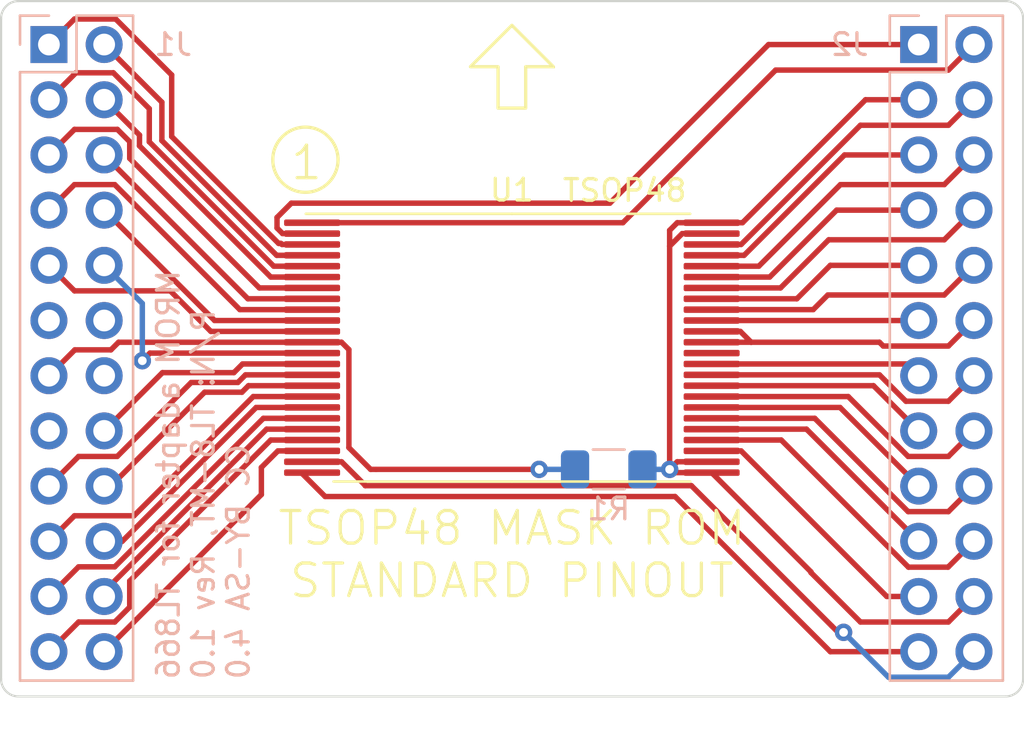
<source format=kicad_pcb>
(kicad_pcb (version 20221018) (generator pcbnew)
  (layers (0 "F.Cu" signal) (31 "B.Cu" signal) (34 "B.Paste" user) (35 "F.Paste" user) (36 "B.SilkS" user "B.Silkscreen") (37 "F.SilkS" user "F.Silkscreen") (38 "B.Mask" user) (39 "F.Mask" user) (44 "Edge.Cuts" user))
  (net 0 "")
  (net 1 "Net-(U1-A15)")
  (net 2 "Net-(U1-A14)")
  (net 3 "Net-(U1-A13)")
  (net 4 "Net-(U1-A12)")
  (net 5 "Net-(U1-A11)")
  (net 6 "Net-(U1-A10)")
  (net 7 "Net-(U1-A9)")
  (net 8 "Net-(U1-A8)")
  (net 9 "Net-(U1-A19)")
  (net 10 "Net-(U1-A20)")
  (net 13 "Net-(U1-A21)")
  (net 16 "Net-(U1-A18)")
  (net 17 "Net-(U1-A17)")
  (net 18 "Net-(U1-A7)")
  (net 19 "Net-(U1-A6)")
  (net 20 "Net-(U1-A5)")
  (net 21 "Net-(U1-A4)")
  (net 22 "Net-(U1-A3)")
  (net 23 "Net-(U1-A2)")
  (net 24 "Net-(U1-A1)")
  (net 25 "Net-(U1-A16)")
  (net 26 "Net-(U1-{slash}BYTE)")
  (net 27 "GND")
  (net 28 "Net-(U1-D15{slash}A-1)")
  (net 29 "Net-(U1-D7)")
  (net 30 "Net-(U1-D14)")
  (net 31 "Net-(U1-D6)")
  (net 32 "Net-(U1-D13)")
  (net 33 "Net-(U1-D5)")
  (net 34 "Net-(U1-D12)")
  (net 35 "Net-(U1-D4)")
  (net 36 "VCC")
  (net 37 "Net-(U1-D11)")
  (net 38 "Net-(U1-D3)")
  (net 39 "Net-(U1-D10)")
  (net 40 "Net-(U1-D2)")
  (net 41 "Net-(U1-D9)")
  (net 42 "Net-(U1-D1)")
  (net 43 "Net-(U1-D8)")
  (net 44 "Net-(U1-D0)")
  (net 45 "Net-(U1-{slash}OE)")
  (net 46 "Net-(U1-{slash}CE)")
  (net 47 "Net-(U1-A0)")
  (footprint "tl866-tsop-mrom:TSOP-I-48_16.4x12mm_ext" (layer "F.Cu") (at 46.495 35.65)
    (fp_text reference "U1" (at 0 -7.25175) (layer "F.SilkS"))
    (fp_text value "~")
    (fp_line (start 0 -6.16) (end -9.475 -6.16) (stroke (width 0.12)) (layer "F.SilkS"))
    (fp_line (start 0 -6.16) (end 8.2 -6.16) (stroke (width 0.12)) (layer "F.SilkS"))
    (fp_line (start 0 6.16) (end -8.2 6.16) (stroke (width 0.12)) (layer "F.SilkS"))
    (fp_line (start 0 6.16) (end 8.2 6.16) (stroke (width 0.12)) (layer "F.SilkS"))
    (pad "1" smd roundrect (at -9.1875 -5.75) (size 2.575 0.3) (layers "F.Cu" "F.Paste" "F.Mask") (net 26 "Net-(U1-{slash}BYTE)"))
    (pad "2" smd roundrect (at -9.1875 -5.25) (size 2.575 0.3) (layers "F.Cu" "F.Paste" "F.Mask") (net 25 "Net-(U1-A16)"))
    (pad "3" smd roundrect (at -9.1875 -4.75) (size 2.575 0.3) (layers "F.Cu" "F.Paste" "F.Mask") (net 1 "Net-(U1-A15)"))
    (pad "4" smd roundrect (at -9.1875 -4.25) (size 2.575 0.3) (layers "F.Cu" "F.Paste" "F.Mask") (net 2 "Net-(U1-A14)"))
    (pad "5" smd roundrect (at -9.1875 -3.75) (size 2.575 0.3) (layers "F.Cu" "F.Paste" "F.Mask") (net 3 "Net-(U1-A13)"))
    (pad "6" smd roundrect (at -9.1875 -3.25) (size 2.575 0.3) (layers "F.Cu" "F.Paste" "F.Mask") (net 4 "Net-(U1-A12)"))
    (pad "7" smd roundrect (at -9.1875 -2.75) (size 2.575 0.3) (layers "F.Cu" "F.Paste" "F.Mask") (net 5 "Net-(U1-A11)"))
    (pad "8" smd roundrect (at -9.1875 -2.25) (size 2.575 0.3) (layers "F.Cu" "F.Paste" "F.Mask") (net 6 "Net-(U1-A10)"))
    (pad "9" smd roundrect (at -9.1875 -1.75) (size 2.575 0.3) (layers "F.Cu" "F.Paste" "F.Mask") (net 7 "Net-(U1-A9)"))
    (pad "10" smd roundrect (at -9.1875 -1.25) (size 2.575 0.3) (layers "F.Cu" "F.Paste" "F.Mask") (net 8 "Net-(U1-A8)"))
    (pad "11" smd roundrect (at -9.1875 -0.75) (size 2.575 0.3) (layers "F.Cu" "F.Paste" "F.Mask") (net 9 "Net-(U1-A19)"))
    (pad "12" smd roundrect (at -9.1875 -0.25) (size 2.575 0.3) (layers "F.Cu" "F.Paste" "F.Mask") (net 13 "Net-(U1-A21)"))
    (pad "13" smd roundrect (at -9.1875 0.25) (size 2.575 0.3) (layers "F.Cu" "F.Paste" "F.Mask") (net 10 "Net-(U1-A20)"))
    (pad "14" smd roundrect (at -9.1875 0.75) (size 2.575 0.3) (layers "F.Cu" "F.Paste" "F.Mask") (net 16 "Net-(U1-A18)"))
    (pad "15" smd roundrect (at -9.1875 1.25) (size 2.575 0.3) (layers "F.Cu" "F.Paste" "F.Mask") (net 17 "Net-(U1-A17)"))
    (pad "16" smd roundrect (at -9.1875 1.75) (size 2.575 0.3) (layers "F.Cu" "F.Paste" "F.Mask") (net 18 "Net-(U1-A7)"))
    (pad "17" smd roundrect (at -9.1875 2.25) (size 2.575 0.3) (layers "F.Cu" "F.Paste" "F.Mask") (net 19 "Net-(U1-A6)"))
    (pad "18" smd roundrect (at -9.1875 2.75) (size 2.575 0.3) (layers "F.Cu" "F.Paste" "F.Mask") (net 20 "Net-(U1-A5)"))
    (pad "19" smd roundrect (at -9.1875 3.25) (size 2.575 0.3) (layers "F.Cu" "F.Paste" "F.Mask") (net 21 "Net-(U1-A4)"))
    (pad "20" smd roundrect (at -9.1875 3.75) (size 2.575 0.3) (layers "F.Cu" "F.Paste" "F.Mask") (net 22 "Net-(U1-A3)"))
    (pad "21" smd roundrect (at -9.1875 4.25) (size 2.575 0.3) (layers "F.Cu" "F.Paste" "F.Mask") (net 23 "Net-(U1-A2)"))
    (pad "22" smd roundrect (at -9.1875 4.75) (size 2.575 0.3) (layers "F.Cu" "F.Paste" "F.Mask") (net 24 "Net-(U1-A1)"))
    (pad "23" smd roundrect (at -9.1875 5.25) (size 2.575 0.3) (layers "F.Cu" "F.Paste" "F.Mask") (net 47 "Net-(U1-A0)"))
    (pad "24" smd roundrect (at -9.1875 5.75) (size 2.575 0.3) (layers "F.Cu" "F.Paste" "F.Mask") (net 46 "Net-(U1-{slash}CE)"))
    (pad "25" smd roundrect (at 9.1875 5.75) (size 2.575 0.3) (layers "F.Cu" "F.Paste" "F.Mask") (net 27 "GND"))
    (pad "26" smd roundrect (at 9.1875 5.25) (size 2.575 0.3) (layers "F.Cu" "F.Paste" "F.Mask") (net 27 "GND"))
    (pad "27" smd roundrect (at 9.1875 4.75) (size 2.575 0.3) (layers "F.Cu" "F.Paste" "F.Mask") (net 45 "Net-(U1-{slash}OE)"))
    (pad "28" smd roundrect (at 9.1875 4.25) (size 2.575 0.3) (layers "F.Cu" "F.Paste" "F.Mask") (net 44 "Net-(U1-D0)"))
    (pad "29" smd roundrect (at 9.1875 3.75) (size 2.575 0.3) (layers "F.Cu" "F.Paste" "F.Mask") (net 43 "Net-(U1-D8)"))
    (pad "30" smd roundrect (at 9.1875 3.25) (size 2.575 0.3) (layers "F.Cu" "F.Paste" "F.Mask") (net 42 "Net-(U1-D1)"))
    (pad "31" smd roundrect (at 9.1875 2.75) (size 2.575 0.3) (layers "F.Cu" "F.Paste" "F.Mask") (net 41 "Net-(U1-D9)"))
    (pad "32" smd roundrect (at 9.1875 2.25) (size 2.575 0.3) (layers "F.Cu" "F.Paste" "F.Mask") (net 40 "Net-(U1-D2)"))
    (pad "33" smd roundrect (at 9.1875 1.75) (size 2.575 0.3) (layers "F.Cu" "F.Paste" "F.Mask") (net 39 "Net-(U1-D10)"))
    (pad "34" smd roundrect (at 9.1875 1.25) (size 2.575 0.3) (layers "F.Cu" "F.Paste" "F.Mask") (net 38 "Net-(U1-D3)"))
    (pad "35" smd roundrect (at 9.1875 0.75) (size 2.575 0.3) (layers "F.Cu" "F.Paste" "F.Mask") (net 37 "Net-(U1-D11)"))
    (pad "36" smd roundrect (at 9.1875 0.25) (size 2.575 0.3) (layers "F.Cu" "F.Paste" "F.Mask"))
    (pad "37" smd roundrect (at 9.1875 -0.25) (size 2.575 0.3) (layers "F.Cu" "F.Paste" "F.Mask") (net 36 "VCC"))
    (pad "38" smd roundrect (at 9.1875 -0.75) (size 2.575 0.3) (layers "F.Cu" "F.Paste" "F.Mask") (net 36 "VCC"))
    (pad "39" smd roundrect (at 9.1875 -1.25) (size 2.575 0.3) (layers "F.Cu" "F.Paste" "F.Mask") (net 35 "Net-(U1-D4)"))
    (pad "40" smd roundrect (at 9.1875 -1.75) (size 2.575 0.3) (layers "F.Cu" "F.Paste" "F.Mask") (net 34 "Net-(U1-D12)"))
    (pad "41" smd roundrect (at 9.1875 -2.25) (size 2.575 0.3) (layers "F.Cu" "F.Paste" "F.Mask") (net 33 "Net-(U1-D5)"))
    (pad "42" smd roundrect (at 9.1875 -2.75) (size 2.575 0.3) (layers "F.Cu" "F.Paste" "F.Mask") (net 32 "Net-(U1-D13)"))
    (pad "43" smd roundrect (at 9.1875 -3.25) (size 2.575 0.3) (layers "F.Cu" "F.Paste" "F.Mask") (net 31 "Net-(U1-D6)"))
    (pad "44" smd roundrect (at 9.1875 -3.75) (size 2.575 0.3) (layers "F.Cu" "F.Paste" "F.Mask") (net 30 "Net-(U1-D14)"))
    (pad "45" smd roundrect (at 9.1875 -4.25) (size 2.575 0.3) (layers "F.Cu" "F.Paste" "F.Mask") (net 29 "Net-(U1-D7)"))
    (pad "46" smd roundrect (at 9.1875 -4.75) (size 2.575 0.3) (layers "F.Cu" "F.Paste" "F.Mask") (net 28 "Net-(U1-D15{slash}A-1)"))
    (pad "47" smd roundrect (at 9.1875 -5.25) (size 2.575 0.3) (layers "F.Cu" "F.Paste" "F.Mask") (net 27 "GND"))
    (pad "48" smd roundrect (at 9.1875 -5.75) (size 2.575 0.3) (layers "F.Cu" "F.Paste" "F.Mask") (net 27 "GND"))
  )
  (footprint "Connector_PinSocket_2.54mm:PinSocket_2x12_P2.54mm_Vertical" (layer "B.Cu") (at 25.205 21.7 180)
    (fp_text reference "J1" (at -5.715 0) (layer "B.SilkS") (effects (justify mirror)))
    (fp_text value "~")
    (fp_line (start -3.87 -29.27) (end 1.33 -29.27) (stroke (width 0.12)) (layer "B.SilkS"))
    (fp_line (start -3.87 1.33) (end -3.87 -29.27) (stroke (width 0.12)) (layer "B.SilkS"))
    (fp_line (start -3.87 1.33) (end -1.27 1.33) (stroke (width 0.12)) (layer "B.SilkS"))
    (fp_line (start -1.27 -1.27) (end 1.33 -1.27) (stroke (width 0.12)) (layer "B.SilkS"))
    (fp_line (start -1.27 1.33) (end -1.27 -1.27) (stroke (width 0.12)) (layer "B.SilkS"))
    (fp_line (start 0 1.33) (end 1.33 1.33) (stroke (width 0.12)) (layer "B.SilkS"))
    (fp_line (start 1.33 -1.27) (end 1.33 -29.27) (stroke (width 0.12)) (layer "B.SilkS"))
    (fp_line (start 1.33 1.33) (end 1.33 0) (stroke (width 0.12)) (layer "B.SilkS"))
    (pad "1" thru_hole rect (at 0 0 180) (size 1.7 1.7) (drill 1) (layers "*.Cu" "*.Mask") (net 1 "Net-(U1-A15)"))
    (pad "2" thru_hole oval (at -2.54 0 180) (size 1.7 1.7) (drill 1) (layers "*.Cu" "*.Mask") (net 2 "Net-(U1-A14)"))
    (pad "3" thru_hole oval (at 0 -2.54 180) (size 1.7 1.7) (drill 1) (layers "*.Cu" "*.Mask") (net 3 "Net-(U1-A13)"))
    (pad "4" thru_hole oval (at -2.54 -2.54 180) (size 1.7 1.7) (drill 1) (layers "*.Cu" "*.Mask") (net 4 "Net-(U1-A12)"))
    (pad "5" thru_hole oval (at 0 -5.08 180) (size 1.7 1.7) (drill 1) (layers "*.Cu" "*.Mask") (net 5 "Net-(U1-A11)"))
    (pad "6" thru_hole oval (at -2.54 -5.08 180) (size 1.7 1.7) (drill 1) (layers "*.Cu" "*.Mask") (net 6 "Net-(U1-A10)"))
    (pad "7" thru_hole oval (at 0 -7.62 180) (size 1.7 1.7) (drill 1) (layers "*.Cu" "*.Mask") (net 7 "Net-(U1-A9)"))
    (pad "8" thru_hole oval (at -2.54 -7.62 180) (size 1.7 1.7) (drill 1) (layers "*.Cu" "*.Mask") (net 8 "Net-(U1-A8)"))
    (pad "9" thru_hole oval (at 0 -10.16 180) (size 1.7 1.7) (drill 1) (layers "*.Cu" "*.Mask") (net 9 "Net-(U1-A19)"))
    (pad "10" thru_hole oval (at -2.54 -10.16 180) (size 1.7 1.7) (drill 1) (layers "*.Cu" "*.Mask") (net 10 "Net-(U1-A20)"))
    (pad "11" thru_hole oval (at 0 -12.7 180) (size 1.7 1.7) (drill 1) (layers "*.Cu" "*.Mask"))
    (pad "12" thru_hole oval (at -2.54 -12.7 180) (size 1.7 1.7) (drill 1) (layers "*.Cu" "*.Mask"))
    (pad "13" thru_hole oval (at 0 -15.24 180) (size 1.7 1.7) (drill 1) (layers "*.Cu" "*.Mask") (net 13 "Net-(U1-A21)"))
    (pad "14" thru_hole oval (at -2.54 -15.24 180) (size 1.7 1.7) (drill 1) (layers "*.Cu" "*.Mask"))
    (pad "15" thru_hole oval (at 0 -17.78 180) (size 1.7 1.7) (drill 1) (layers "*.Cu" "*.Mask"))
    (pad "16" thru_hole oval (at -2.54 -17.78 180) (size 1.7 1.7) (drill 1) (layers "*.Cu" "*.Mask") (net 16 "Net-(U1-A18)"))
    (pad "17" thru_hole oval (at 0 -20.32 180) (size 1.7 1.7) (drill 1) (layers "*.Cu" "*.Mask") (net 17 "Net-(U1-A17)"))
    (pad "18" thru_hole oval (at -2.54 -20.32 180) (size 1.7 1.7) (drill 1) (layers "*.Cu" "*.Mask") (net 18 "Net-(U1-A7)"))
    (pad "19" thru_hole oval (at 0 -22.86 180) (size 1.7 1.7) (drill 1) (layers "*.Cu" "*.Mask") (net 19 "Net-(U1-A6)"))
    (pad "20" thru_hole oval (at -2.54 -22.86 180) (size 1.7 1.7) (drill 1) (layers "*.Cu" "*.Mask") (net 20 "Net-(U1-A5)"))
    (pad "21" thru_hole oval (at 0 -25.4 180) (size 1.7 1.7) (drill 1) (layers "*.Cu" "*.Mask") (net 21 "Net-(U1-A4)"))
    (pad "22" thru_hole oval (at -2.54 -25.4 180) (size 1.7 1.7) (drill 1) (layers "*.Cu" "*.Mask") (net 22 "Net-(U1-A3)"))
    (pad "23" thru_hole oval (at 0 -27.94 180) (size 1.7 1.7) (drill 1) (layers "*.Cu" "*.Mask") (net 23 "Net-(U1-A2)"))
    (pad "24" thru_hole oval (at -2.54 -27.94 180) (size 1.7 1.7) (drill 1) (layers "*.Cu" "*.Mask") (net 24 "Net-(U1-A1)"))
  )
  (footprint "Resistor_SMD:R_1206_3216Metric_Pad1.30x1.75mm_HandSolder" (layer "B.Cu") (at 50.95 41.25)
    (fp_text reference "R1" (at 0 1.82) (layer "B.SilkS") (effects (justify mirror)))
    (fp_text value "3.3k")
    (fp_line (start -0.727064 -0.91) (end 0.727064 -0.91) (stroke (width 0.12)) (layer "B.SilkS"))
    (fp_line (start -0.727064 0.91) (end 0.727064 0.91) (stroke (width 0.12)) (layer "B.SilkS"))
    (pad "1" smd roundrect (at -1.55 0) (size 1.3 1.75) (layers "B.Cu" "B.Paste" "B.Mask") (roundrect_rratio 0.192308) (net 13 "Net-(U1-A21)"))
    (pad "2" smd roundrect (at 1.55 0) (size 1.3 1.75) (layers "B.Cu" "B.Paste" "B.Mask") (roundrect_rratio 0.192308) (net 27 "GND"))
  )
  (footprint "Connector_PinSocket_2.54mm:PinSocket_2x12_P2.54mm_Vertical" (layer "B.Cu") (at 65.205 21.7 180)
    (fp_text reference "J2" (at 3.175 0) (layer "B.SilkS") (effects (justify mirror)))
    (fp_text value "~")
    (fp_line (start -3.87 -29.27) (end 1.33 -29.27) (stroke (width 0.12)) (layer "B.SilkS"))
    (fp_line (start -3.87 1.33) (end -3.87 -29.27) (stroke (width 0.12)) (layer "B.SilkS"))
    (fp_line (start -3.87 1.33) (end -1.27 1.33) (stroke (width 0.12)) (layer "B.SilkS"))
    (fp_line (start -1.27 -1.27) (end 1.33 -1.27) (stroke (width 0.12)) (layer "B.SilkS"))
    (fp_line (start -1.27 1.33) (end -1.27 -1.27) (stroke (width 0.12)) (layer "B.SilkS"))
    (fp_line (start 0 1.33) (end 1.33 1.33) (stroke (width 0.12)) (layer "B.SilkS"))
    (fp_line (start 1.33 -1.27) (end 1.33 -29.27) (stroke (width 0.12)) (layer "B.SilkS"))
    (fp_line (start 1.33 1.33) (end 1.33 0) (stroke (width 0.12)) (layer "B.SilkS"))
    (pad "1" thru_hole rect (at 0 0 180) (size 1.7 1.7) (drill 1) (layers "*.Cu" "*.Mask") (net 25 "Net-(U1-A16)"))
    (pad "2" thru_hole oval (at -2.54 0 180) (size 1.7 1.7) (drill 1) (layers "*.Cu" "*.Mask") (net 26 "Net-(U1-{slash}BYTE)"))
    (pad "3" thru_hole oval (at 0 -2.54 180) (size 1.7 1.7) (drill 1) (layers "*.Cu" "*.Mask") (net 27 "GND"))
    (pad "4" thru_hole oval (at -2.54 -2.54 180) (size 1.7 1.7) (drill 1) (layers "*.Cu" "*.Mask") (net 28 "Net-(U1-D15{slash}A-1)"))
    (pad "5" thru_hole oval (at 0 -5.08 180) (size 1.7 1.7) (drill 1) (layers "*.Cu" "*.Mask") (net 29 "Net-(U1-D7)"))
    (pad "6" thru_hole oval (at -2.54 -5.08 180) (size 1.7 1.7) (drill 1) (layers "*.Cu" "*.Mask") (net 30 "Net-(U1-D14)"))
    (pad "7" thru_hole oval (at 0 -7.62 180) (size 1.7 1.7) (drill 1) (layers "*.Cu" "*.Mask") (net 31 "Net-(U1-D6)"))
    (pad "8" thru_hole oval (at -2.54 -7.62 180) (size 1.7 1.7) (drill 1) (layers "*.Cu" "*.Mask") (net 32 "Net-(U1-D13)"))
    (pad "9" thru_hole oval (at 0 -10.16 180) (size 1.7 1.7) (drill 1) (layers "*.Cu" "*.Mask") (net 33 "Net-(U1-D5)"))
    (pad "10" thru_hole oval (at -2.54 -10.16 180) (size 1.7 1.7) (drill 1) (layers "*.Cu" "*.Mask") (net 34 "Net-(U1-D12)"))
    (pad "11" thru_hole oval (at 0 -12.7 180) (size 1.7 1.7) (drill 1) (layers "*.Cu" "*.Mask") (net 35 "Net-(U1-D4)"))
    (pad "12" thru_hole oval (at -2.54 -12.7 180) (size 1.7 1.7) (drill 1) (layers "*.Cu" "*.Mask") (net 36 "VCC"))
    (pad "13" thru_hole oval (at 0 -15.24 180) (size 1.7 1.7) (drill 1) (layers "*.Cu" "*.Mask") (net 37 "Net-(U1-D11)"))
    (pad "14" thru_hole oval (at -2.54 -15.24 180) (size 1.7 1.7) (drill 1) (layers "*.Cu" "*.Mask") (net 38 "Net-(U1-D3)"))
    (pad "15" thru_hole oval (at 0 -17.78 180) (size 1.7 1.7) (drill 1) (layers "*.Cu" "*.Mask") (net 39 "Net-(U1-D10)"))
    (pad "16" thru_hole oval (at -2.54 -17.78 180) (size 1.7 1.7) (drill 1) (layers "*.Cu" "*.Mask") (net 40 "Net-(U1-D2)"))
    (pad "17" thru_hole oval (at 0 -20.32 180) (size 1.7 1.7) (drill 1) (layers "*.Cu" "*.Mask") (net 41 "Net-(U1-D9)"))
    (pad "18" thru_hole oval (at -2.54 -20.32 180) (size 1.7 1.7) (drill 1) (layers "*.Cu" "*.Mask") (net 42 "Net-(U1-D1)"))
    (pad "19" thru_hole oval (at 0 -22.86 180) (size 1.7 1.7) (drill 1) (layers "*.Cu" "*.Mask") (net 43 "Net-(U1-D8)"))
    (pad "20" thru_hole oval (at -2.54 -22.86 180) (size 1.7 1.7) (drill 1) (layers "*.Cu" "*.Mask") (net 44 "Net-(U1-D0)"))
    (pad "21" thru_hole oval (at 0 -25.4 180) (size 1.7 1.7) (drill 1) (layers "*.Cu" "*.Mask") (net 45 "Net-(U1-{slash}OE)"))
    (pad "22" thru_hole oval (at -2.54 -25.4 180) (size 1.7 1.7) (drill 1) (layers "*.Cu" "*.Mask") (net 27 "GND"))
    (pad "23" thru_hole oval (at 0 -27.94 180) (size 1.7 1.7) (drill 1) (layers "*.Cu" "*.Mask") (net 46 "Net-(U1-{slash}CE)"))
    (pad "24" thru_hole oval (at -2.54 -27.94 180) (size 1.7 1.7) (drill 1) (layers "*.Cu" "*.Mask") (net 47 "Net-(U1-A0)"))
  )
  (gr_circle (center 37 27) (end 38.5 27) (stroke (width 0.15)) (fill none) (layer "F.SilkS"))
  (gr_poly (pts (xy 45.86 24.625) (xy 47.13 24.625) (xy 47.13 22.72) (xy 48.4 22.72) (xy 46.495 20.815) (xy 44.59 22.72) (xy 45.86 22.72)) (stroke (width 0.15)) (fill none) (layer "F.SilkS"))
  (gr_line (start 23.005 50.9) (end 23.005 20.5) (stroke (width 0.1)) (layer "Edge.Cuts"))
  (gr_line (start 23.805 19.7) (end 69.205 19.7) (stroke (width 0.1)) (layer "Edge.Cuts"))
  (gr_arc (start 23.805 51.7) (mid 23.239315 51.465685) (end 23.005 50.9) (stroke (width 0.1)) (layer "Edge.Cuts"))
  (gr_arc (start 69.205 19.7) (mid 69.770685 19.934315) (end 70.005 20.5) (stroke (width 0.1)) (layer "Edge.Cuts"))
  (gr_arc (start 70.005 50.9) (mid 69.770685 51.465685) (end 69.205 51.7) (stroke (width 0.1)) (layer "Edge.Cuts"))
  (gr_line (start 69.205 51.7) (end 23.805 51.7) (stroke (width 0.1)) (layer "Edge.Cuts"))
  (gr_line (start 70.005 20.5) (end 70.005 50.9) (stroke (width 0.1)) (layer "Edge.Cuts"))
  (gr_arc (start 23.005 20.5) (mid 23.239315 19.934315) (end 23.805 19.7) (stroke (width 0.1)) (layer "Edge.Cuts"))
  (gr_text "MROM adapter for TL866\nP/N: TL8-MT, Rev 1.0\nCC BY-SA 4.0" (at 34.5 51 90) (layer "B.SilkS") (effects (font (size 1 1)) (justify right bottom mirror)))
  (gr_text "TSOP48" (at 48.75 29) (layer "F.SilkS") (effects (font (size 1 1)) (justify left bottom)))
  (gr_text "1" (at 36.238 28.016) (layer "F.SilkS") (effects (font (size 1.5 1.5)) (justify left bottom)))
  (gr_text "TSOP48 MASK ROM\nSTANDARD PINOUT" (at 46.495 47.25) (layer "F.SilkS") (effects (font (size 1.5 1.5)) (justify bottom)))
  (segment (start 26.38 20.525) (end 28.275 20.525) (width 0.25) (layer "F.Cu") (net 1))
  (segment (start 28.275 20.525) (end 30.85 23.1) (width 0.25) (layer "F.Cu") (net 1))
  (segment (start 30.85 23.1) (end 30.85 25.93416) (width 0.25) (layer "F.Cu") (net 1))
  (segment (start 35.76584 30.85) (end 35.872792 30.85) (width 0.25) (layer "F.Cu") (net 1))
  (segment (start 30.85 25.93416) (end 35.76584 30.85) (width 0.25) (layer "F.Cu") (net 1))
  (segment (start 25.205 21.7) (end 26.38 20.525) (width 0.25) (layer "F.Cu") (net 1))
  (segment (start 35.922792 30.9) (end 36.8075 30.9) (width 0.25) (layer "F.Cu") (net 1))
  (segment (start 35.872792 30.85) (end 35.922792 30.9) (width 0.25) (layer "F.Cu") (net 1))
  (segment (start 30.4 24.355) (end 27.745 21.7) (width 0.25) (layer "F.Cu") (net 2))
  (segment (start 35.679444 31.4) (end 30.4 26.120556) (width 0.25) (layer "F.Cu") (net 2))
  (segment (start 37.3075 31.4) (end 35.679444 31.4) (width 0.25) (layer "F.Cu") (net 2))
  (segment (start 30.4 26.120556) (end 30.4 24.355) (width 0.25) (layer "F.Cu") (net 2))
  (segment (start 29.82 26.176952) (end 29.82 24.653299) (width 0.25) (layer "F.Cu") (net 3))
  (segment (start 36.8075 31.9) (end 35.543048 31.9) (width 0.25) (layer "F.Cu") (net 3))
  (segment (start 28.166701 23) (end 26.445 23) (width 0.25) (layer "F.Cu") (net 3))
  (segment (start 26.445 23) (end 25.205 24.24) (width 0.25) (layer "F.Cu") (net 3))
  (segment (start 29.82 24.653299) (end 28.166701 23) (width 0.25) (layer "F.Cu") (net 3))
  (segment (start 35.543048 31.9) (end 29.82 26.176952) (width 0.25) (layer "F.Cu") (net 3))
  (segment (start 27.745 24.24) (end 29.37 25.865) (width 0.25) (layer "F.Cu") (net 4))
  (segment (start 29.37 26.363348) (end 35.406652 32.4) (width 0.25) (layer "F.Cu") (net 4))
  (segment (start 27.745 24.738348) (end 27.745 24.24) (width 0.25) (layer "F.Cu") (net 4))
  (segment (start 29.37 25.865) (end 29.37 26.363348) (width 0.25) (layer "F.Cu") (net 4))
  (segment (start 35.406652 32.4) (end 36.8075 32.4) (width 0.25) (layer "F.Cu") (net 4))
  (segment (start 28.92 26.938655) (end 34.881345 32.9) (width 0.25) (layer "F.Cu") (net 5))
  (segment (start 28.92 26.17) (end 28.92 26.938655) (width 0.25) (layer "F.Cu") (net 5))
  (segment (start 34.881345 32.9) (end 36.8075 32.9) (width 0.25) (layer "F.Cu") (net 5))
  (segment (start 26.38 25.605) (end 28.355 25.605) (width 0.25) (layer "F.Cu") (net 5))
  (segment (start 25.205 26.78) (end 26.38 25.605) (width 0.25) (layer "F.Cu") (net 5))
  (segment (start 28.355 25.605) (end 28.92 26.17) (width 0.25) (layer "F.Cu") (net 5))
  (segment (start 34.35604 33.4) (end 36.8075 33.4) (width 0.25) (layer "F.Cu") (net 6))
  (segment (start 27.745 26.78896) (end 34.35604 33.4) (width 0.25) (layer "F.Cu") (net 6))
  (segment (start 27.745 26.78) (end 27.745 26.78896) (width 0.25) (layer "F.Cu") (net 6))
  (segment (start 26.38 28.145) (end 25.205 29.32) (width 0.25) (layer "F.Cu") (net 7))
  (segment (start 28.231701 28.145) (end 26.38 28.145) (width 0.25) (layer "F.Cu") (net 7))
  (segment (start 33.986701 33.9) (end 28.231701 28.145) (width 0.25) (layer "F.Cu") (net 7))
  (segment (start 36.8075 33.9) (end 33.986701 33.9) (width 0.25) (layer "F.Cu") (net 7))
  (segment (start 27.745 29.32) (end 32.825 34.4) (width 0.25) (layer "F.Cu") (net 8))
  (segment (start 32.825 34.4) (end 36.8075 34.4) (width 0.25) (layer "F.Cu") (net 8))
  (segment (start 32.65 34.9) (end 37.3075 34.9) (width 0.25) (layer "F.Cu") (net 9))
  (segment (start 26.38 33.035) (end 30.785 33.035) (width 0.25) (layer "F.Cu") (net 9))
  (segment (start 25.205 31.86) (end 26.38 33.035) (width 0.25) (layer "F.Cu") (net 9))
  (segment (start 30.785 33.035) (end 32.65 34.9) (width 0.25) (layer "F.Cu") (net 9))
  (segment (start 27.745 31.86) (end 28.432378 31.86) (width 0.25) (layer "F.Cu") (net 10))
  (segment (start 37.3075 35.9) (end 29.85 35.9) (width 0.25) (layer "F.Cu") (net 10))
  (segment (start 29.85 35.9) (end 29.5 36.25) (width 0.25) (layer "F.Cu") (net 10))
  (via (at 29.5 36.25) (size 0.8) (drill 0.4) (layers "F.Cu" "B.Cu") (net 10))
  (segment (start 29.5 36.25) (end 29.5 33.615) (width 0.25) (layer "B.Cu") (net 10))
  (segment (start 29.5 33.615) (end 27.745 31.86) (width 0.25) (layer "B.Cu") (net 10))
  (segment (start 40 41.25) (end 40.25 41.25) (width 0.25) (layer "F.Cu") (net 13))
  (segment (start 37.3075 35.4) (end 38.662764 35.4) (width 0.25) (layer "F.Cu") (net 13))
  (segment (start 28.056701 35.75) (end 26.395 35.75) (width 0.25) (layer "F.Cu") (net 13))
  (segment (start 39 40.25) (end 40 41.25) (width 0.25) (layer "F.Cu") (net 13))
  (segment (start 28.406701 35.4) (end 28.056701 35.75) (width 0.25) (layer "F.Cu") (net 13))
  (segment (start 39 35.737236) (end 39 40.25) (width 0.25) (layer "F.Cu") (net 13))
  (segment (start 26.395 35.75) (end 25.205 36.94) (width 0.25) (layer "F.Cu") (net 13))
  (segment (start 40.25 41.25) (end 47.75 41.25) (width 0.25) (layer "F.Cu") (net 13))
  (segment (start 38.662764 35.4) (end 39 35.737236) (width 0.25) (layer "F.Cu") (net 13))
  (segment (start 37.3075 35.4) (end 28.406701 35.4) (width 0.25) (layer "F.Cu") (net 13))
  (segment (start 36.8075 35.4) (end 37.662764 35.4) (width 0.25) (layer "F.Cu") (net 13))
  (via (at 47.75 41.25) (size 0.8) (drill 0.4) (layers "F.Cu" "B.Cu") (net 13))
  (segment (start 47.75 41.25) (end 49.4 41.25) (width 0.25) (layer "B.Cu") (net 13))
  (segment (start 30.425 36.8) (end 27.745 39.48) (width 0.25) (layer "F.Cu") (net 16))
  (segment (start 34.109384 36.4) (end 36.8075 36.4) (width 0.25) (layer "F.Cu") (net 16))
  (segment (start 33.709384 36.8) (end 30.425 36.8) (width 0.25) (layer "F.Cu") (net 16))
  (segment (start 33.709384 36.8) (end 34.109384 36.4) (width 0.25) (layer "F.Cu") (net 16))
  (segment (start 26.57 40.655) (end 28.345 40.655) (width 0.25) (layer "F.Cu") (net 17))
  (segment (start 28.345 40.655) (end 31.75 37.25) (width 0.25) (layer "F.Cu") (net 17))
  (segment (start 25.205 42.02) (end 26.57 40.655) (width 0.25) (layer "F.Cu") (net 17))
  (segment (start 31.75 37.25) (end 33.89578 37.25) (width 0.25) (layer "F.Cu") (net 17))
  (segment (start 34.24578 36.9) (end 36.8075 36.9) (width 0.25) (layer "F.Cu") (net 17))
  (segment (start 33.89578 37.25) (end 34.24578 36.9) (width 0.25) (layer "F.Cu") (net 17))
  (segment (start 32.36319 37.7) (end 34.082176 37.7) (width 0.25) (layer "F.Cu") (net 18))
  (segment (start 27.745 42.02) (end 28.04319 42.02) (width 0.25) (layer "F.Cu") (net 18))
  (segment (start 34.382176 37.4) (end 36.8075 37.4) (width 0.25) (layer "F.Cu") (net 18))
  (segment (start 28.04319 42.02) (end 32.36319 37.7) (width 0.25) (layer "F.Cu") (net 18))
  (segment (start 34.082176 37.7) (end 34.382176 37.4) (width 0.25) (layer "F.Cu") (net 18))
  (segment (start 37.3075 37.9) (end 34.6 37.9) (width 0.25) (layer "F.Cu") (net 19))
  (segment (start 26.38 43.385) (end 25.205 44.56) (width 0.25) (layer "F.Cu") (net 19))
  (segment (start 34.6 37.9) (end 29.115 43.385) (width 0.25) (layer "F.Cu") (net 19))
  (segment (start 29.115 43.385) (end 26.38 43.385) (width 0.25) (layer "F.Cu") (net 19))
  (segment (start 27.745 44.56) (end 28.576396 44.56) (width 0.25) (layer "F.Cu") (net 20))
  (segment (start 34.736396 38.4) (end 37.3075 38.4) (width 0.25) (layer "F.Cu") (net 20))
  (segment (start 28.576396 44.56) (end 34.736396 38.4) (width 0.25) (layer "F.Cu") (net 20))
  (segment (start 28.231701 45.735) (end 35.066701 38.9) (width 0.25) (layer "F.Cu") (net 21))
  (segment (start 26.57 45.735) (end 28.231701 45.735) (width 0.25) (layer "F.Cu") (net 21))
  (segment (start 35.066701 38.9) (end 37.3075 38.9) (width 0.25) (layer "F.Cu") (net 21))
  (segment (start 25.205 47.1) (end 26.57 45.735) (width 0.25) (layer "F.Cu") (net 21))
  (segment (start 27.745 47.1) (end 27.745 46.868604) (width 0.25) (layer "F.Cu") (net 22))
  (segment (start 27.745 46.868604) (end 35.213604 39.4) (width 0.25) (layer "F.Cu") (net 22))
  (segment (start 35.213604 39.4) (end 36.8075 39.4) (width 0.25) (layer "F.Cu") (net 22))
  (segment (start 28.92 46.386701) (end 28.92 47.586701) (width 0.25) (layer "F.Cu") (net 23))
  (segment (start 37.3075 39.9) (end 35.406701 39.9) (width 0.25) (layer "F.Cu") (net 23))
  (segment (start 35.406701 39.9) (end 28.92 46.386701) (width 0.25) (layer "F.Cu") (net 23))
  (segment (start 28.231701 48.275) (end 26.57 48.275) (width 0.25) (layer "F.Cu") (net 23))
  (segment (start 26.57 48.275) (end 25.205 49.64) (width 0.25) (layer "F.Cu") (net 23))
  (segment (start 28.92 47.586701) (end 28.231701 48.275) (width 0.25) (layer "F.Cu") (net 23))
  (segment (start 27.745 49.64) (end 34.975 42.41) (width 0.25) (layer "F.Cu") (net 24))
  (segment (start 34.975 42.41) (end 34.975 41.161396) (width 0.25) (layer "F.Cu") (net 24))
  (segment (start 34.975 41.161396) (end 35.736396 40.4) (width 0.25) (layer "F.Cu") (net 24))
  (segment (start 35.736396 40.4) (end 36.8075 40.4) (width 0.25) (layer "F.Cu") (net 24))
  (segment (start 35.952236 30.4) (end 35.695 30.142764) (width 0.25) (layer "F.Cu") (net 25))
  (segment (start 35.695 29.657236) (end 36.352236 29) (width 0.25) (layer "F.Cu") (net 25))
  (segment (start 35.695 30.142764) (end 35.695 29.657236) (width 0.25) (layer "F.Cu") (net 25))
  (segment (start 36.352236 29) (end 51 29) (width 0.25) (layer "F.Cu") (net 25))
  (segment (start 58.3 21.7) (end 65.205 21.7) (width 0.25) (layer "F.Cu") (net 25))
  (segment (start 51 29) (end 58.3 21.7) (width 0.25) (layer "F.Cu") (net 25))
  (segment (start 36.8075 30.4) (end 35.952236 30.4) (width 0.25) (layer "F.Cu") (net 25))
  (segment (start 51.6 29.9) (end 58.625 22.875) (width 0.25) (layer "F.Cu") (net 26))
  (segment (start 66.57 22.875) (end 67.745 21.7) (width 0.25) (layer "F.Cu") (net 26))
  (segment (start 36.8075 29.9) (end 51.6 29.9) (width 0.25) (layer "F.Cu") (net 26))
  (segment (start 58.625 22.875) (end 66.57 22.875) (width 0.25) (layer "F.Cu") (net 26))
  (segment (start 53.9 41.4) (end 53.75 41.25) (width 0.25) (layer "F.Cu") (net 27))
  (segment (start 66.57 48.275) (end 62.525 48.275) (width 0.25) (layer "F.Cu") (net 27))
  (segment (start 55.6825 40.9) (end 54.1 40.9) (width 0.25) (layer "F.Cu") (net 27))
  (segment (start 55.6825 29.9) (end 57.1 29.9) (width 0.25) (layer "F.Cu") (net 27))
  (segment (start 53.75 30.25) (end 54.1 29.9) (width 0.25) (layer "F.Cu") (net 27))
  (segment (start 60.25 45.9675) (end 55.6825 41.4) (width 0.25) (layer "F.Cu") (net 27))
  (segment (start 53.75 41.25) (end 53.75 30.977236) (width 0.25) (layer "F.Cu") (net 27))
  (segment (start 62.76 24.24) (end 65.205 24.24) (width 0.25) (layer "F.Cu") (net 27))
  (segment (start 62.525 48.275) (end 60.25 46) (width 0.25) (layer "F.Cu") (net 27))
  (segment (start 67.745 47.1) (end 66.57 48.275) (width 0.25) (layer "F.Cu") (net 27))
  (segment (start 53.75 30.977236) (end 53.75 30.25) (width 0.25) (layer "F.Cu") (net 27))
  (segment (start 54.327236 30.4) (end 55.6825 30.4) (width 0.25) (layer "F.Cu") (net 27))
  (segment (start 54.1 29.9) (end 55.6825 29.9) (width 0.25) (layer "F.Cu") (net 27))
  (segment (start 53.75 30.977236) (end 54.327236 30.4) (width 0.25) (layer "F.Cu") (net 27))
  (segment (start 57.1 29.9) (end 62.76 24.24) (width 0.25) (layer "F.Cu") (net 27))
  (segment (start 54.1 40.9) (end 53.75 41.25) (width 0.25) (layer "F.Cu") (net 27))
  (segment (start 60.25 46) (end 60.25 45.9675) (width 0.25) (layer "F.Cu") (net 27))
  (segment (start 55.6825 41.4) (end 53.9 41.4) (width 0.25) (layer "F.Cu") (net 27))
  (via (at 53.75 41.25) (size 0.8) (drill 0.4) (layers "F.Cu" "B.Cu") (net 27))
  (segment (start 52.5 41.25) (end 53.75 41.25) (width 0.25) (layer "B.Cu") (net 27))
  (segment (start 66.57 25.415) (end 67.745 24.24) (width 0.25) (layer "F.Cu") (net 28))
  (segment (start 55.1825 30.9) (end 57.037764 30.9) (width 0.25) (layer "F.Cu") (net 28))
  (segment (start 62.522764 25.415) (end 66.57 25.415) (width 0.25) (layer "F.Cu") (net 28))
  (segment (start 57.037764 30.9) (end 62.522764 25.415) (width 0.25) (layer "F.Cu") (net 28))
  (segment (start 61.79416 26.78) (end 65.205 26.78) (width 0.25) (layer "F.Cu") (net 29))
  (segment (start 57.17416 31.4) (end 61.79416 26.78) (width 0.25) (layer "F.Cu") (net 29))
  (segment (start 55.1825 31.4) (end 57.17416 31.4) (width 0.25) (layer "F.Cu") (net 29))
  (segment (start 61.605 28.145) (end 66.38 28.145) (width 0.25) (layer "F.Cu") (net 30))
  (segment (start 57.85 31.9) (end 61.605 28.145) (width 0.25) (layer "F.Cu") (net 30))
  (segment (start 55.1825 31.9) (end 57.85 31.9) (width 0.25) (layer "F.Cu") (net 30))
  (segment (start 66.38 28.145) (end 67.745 26.78) (width 0.25) (layer "F.Cu") (net 30))
  (segment (start 55.1825 32.4) (end 58.35 32.4) (width 0.25) (layer "F.Cu") (net 31))
  (segment (start 58.35 32.4) (end 61.43 29.32) (width 0.25) (layer "F.Cu") (net 31))
  (segment (start 61.43 29.32) (end 65.205 29.32) (width 0.25) (layer "F.Cu") (net 31))
  (segment (start 55.1825 32.9) (end 58.85 32.9) (width 0.25) (layer "F.Cu") (net 32))
  (segment (start 58.85 32.9) (end 61.065 30.685) (width 0.25) (layer "F.Cu") (net 32))
  (segment (start 66.38 30.685) (end 67.745 29.32) (width 0.25) (layer "F.Cu") (net 32))
  (segment (start 61.065 30.685) (end 66.38 30.685) (width 0.25) (layer "F.Cu") (net 32))
  (segment (start 61.14 31.86) (end 65.205 31.86) (width 0.25) (layer "F.Cu") (net 33))
  (segment (start 59.6 33.4) (end 61.14 31.86) (width 0.25) (layer "F.Cu") (net 33))
  (segment (start 55.1825 33.4) (end 59.6 33.4) (width 0.25) (layer "F.Cu") (net 33))
  (segment (start 61.025 33.225) (end 66.38 33.225) (width 0.25) (layer "F.Cu") (net 34))
  (segment (start 55.1825 33.9) (end 60.35 33.9) (width 0.25) (layer "F.Cu") (net 34))
  (segment (start 66.38 33.225) (end 67.745 31.86) (width 0.25) (layer "F.Cu") (net 34))
  (segment (start 60.35 33.9) (end 61.025 33.225) (width 0.25) (layer "F.Cu") (net 34))
  (segment (start 65.205 34.4) (end 55.1825 34.4) (width 0.25) (layer "F.Cu") (net 35))
  (segment (start 63.575 35.575) (end 63.4 35.4) (width 0.25) (layer "F.Cu") (net 36))
  (segment (start 55.1825 35.4) (end 57.5 35.4) (width 0.25) (layer "F.Cu") (net 36))
  (segment (start 66.57 35.575) (end 63.575 35.575) (width 0.25) (layer "F.Cu") (net 36))
  (segment (start 57.5 35.4) (end 63.4 35.4) (width 0.25) (layer "F.Cu") (net 36))
  (segment (start 55.1825 34.9) (end 57 34.9) (width 0.25) (layer "F.Cu") (net 36))
  (segment (start 57 34.9) (end 57.5 35.4) (width 0.25) (layer "F.Cu") (net 36))
  (segment (start 67.745 34.4) (end 66.57 35.575) (width 0.25) (layer "F.Cu") (net 36))
  (segment (start 65.205 36.94) (end 64.665 36.4) (width 0.25) (layer "F.Cu") (net 37))
  (segment (start 64.665 36.4) (end 55.1825 36.4) (width 0.25) (layer "F.Cu") (net 37))
  (segment (start 63.4 36.9) (end 64.615 38.115) (width 0.25) (layer "F.Cu") (net 38))
  (segment (start 66.57 38.115) (end 67.745 36.94) (width 0.25) (layer "F.Cu") (net 38))
  (segment (start 64.615 38.115) (end 66.57 38.115) (width 0.25) (layer "F.Cu") (net 38))
  (segment (start 55.1825 36.9) (end 63.4 36.9) (width 0.25) (layer "F.Cu") (net 38))
  (segment (start 63.125 37.4) (end 65.205 39.48) (width 0.25) (layer "F.Cu") (net 39))
  (segment (start 55.1825 37.4) (end 63.125 37.4) (width 0.25) (layer "F.Cu") (net 39))
  (segment (start 55.1825 37.9) (end 61.963299 37.9) (width 0.25) (layer "F.Cu") (net 40))
  (segment (start 64.718299 40.655) (end 66.57 40.655) (width 0.25) (layer "F.Cu") (net 40))
  (segment (start 61.963299 37.9) (end 64.718299 40.655) (width 0.25) (layer "F.Cu") (net 40))
  (segment (start 66.57 40.655) (end 67.745 39.48) (width 0.25) (layer "F.Cu") (net 40))
  (segment (start 61.585 38.4) (end 65.205 42.02) (width 0.25) (layer "F.Cu") (net 41))
  (segment (start 55.1825 38.4) (end 61.585 38.4) (width 0.25) (layer "F.Cu") (net 41))
  (segment (start 64.718299 43.195) (end 66.57 43.195) (width 0.25) (layer "F.Cu") (net 42))
  (segment (start 66.57 43.195) (end 67.745 42.02) (width 0.25) (layer "F.Cu") (net 42))
  (segment (start 55.1825 38.9) (end 60.423299 38.9) (width 0.25) (layer "F.Cu") (net 42))
  (segment (start 60.423299 38.9) (end 64.718299 43.195) (width 0.25) (layer "F.Cu") (net 42))
  (segment (start 55.1825 39.4) (end 60.045 39.4) (width 0.25) (layer "F.Cu") (net 43))
  (segment (start 60.045 39.4) (end 65.205 44.56) (width 0.25) (layer "F.Cu") (net 43))
  (segment (start 64.733299 45.75) (end 66.555 45.75) (width 0.25) (layer "F.Cu") (net 44))
  (segment (start 66.555 45.75) (end 67.745 44.56) (width 0.25) (layer "F.Cu") (net 44))
  (segment (start 55.6825 39.9) (end 58.883299 39.9) (width 0.25) (layer "F.Cu") (net 44))
  (segment (start 58.883299 39.9) (end 64.733299 45.75) (width 0.25) (layer "F.Cu") (net 44))
  (segment (start 63.737764 47.1) (end 65.205 47.1) (width 0.25) (layer "F.Cu") (net 45))
  (segment (start 55.6825 40.4) (end 57.037764 40.4) (width 0.25) (layer "F.Cu") (net 45))
  (segment (start 57.037764 40.4) (end 63.737764 47.1) (width 0.25) (layer "F.Cu") (net 45))
  (segment (start 36.8075 41.4) (end 37.9075 42.5) (width 0.25) (layer "F.Cu") (net 46))
  (segment (start 54 42.5) (end 61.14 49.64) (width 0.25) (layer "F.Cu") (net 46))
  (segment (start 61.14 49.64) (end 65.205 49.64) (width 0.25) (layer "F.Cu") (net 46))
  (segment (start 37.9075 42.5) (end 54 42.5) (width 0.25) (layer "F.Cu") (net 46))
  (segment (start 61.5 48.75) (end 61.75 48.75) (width 0.25) (layer "F.Cu") (net 47))
  (segment (start 38.662764 40.9) (end 39.75 41.987236) (width 0.25) (layer "F.Cu") (net 47))
  (segment (start 37.662764 40.9) (end 36.8075 40.9) (width 0.25) (layer "F.Cu") (net 47))
  (segment (start 37.3075 40.9) (end 38.662764 40.9) (width 0.25) (layer "F.Cu") (net 47))
  (segment (start 39.75 42) (end 54.75 42) (width 0.25) (layer "F.Cu") (net 47))
  (segment (start 39.75 41.987236) (end 39.75 42) (width 0.25) (layer "F.Cu") (net 47))
  (segment (start 61.215 48.465) (end 54.75 42) (width 0.25) (layer "F.Cu") (net 47))
  (segment (start 61.215 48.465) (end 61.5 48.75) (width 0.25) (layer "F.Cu") (net 47))
  (via (at 61.75 48.75) (size 0.8) (drill 0.4) (layers "F.Cu" "B.Cu") (net 47))
  (segment (start 63.815 50.815) (end 66.57 50.815) (width 0.25) (layer "B.Cu") (net 47))
  (segment (start 61.75 48.75) (end 63.815 50.815) (width 0.25) (layer "B.Cu") (net 47))
  (segment (start 66.57 50.815) (end 67.745 49.64) (width 0.25) (layer "B.Cu") (net 47))
)
</source>
